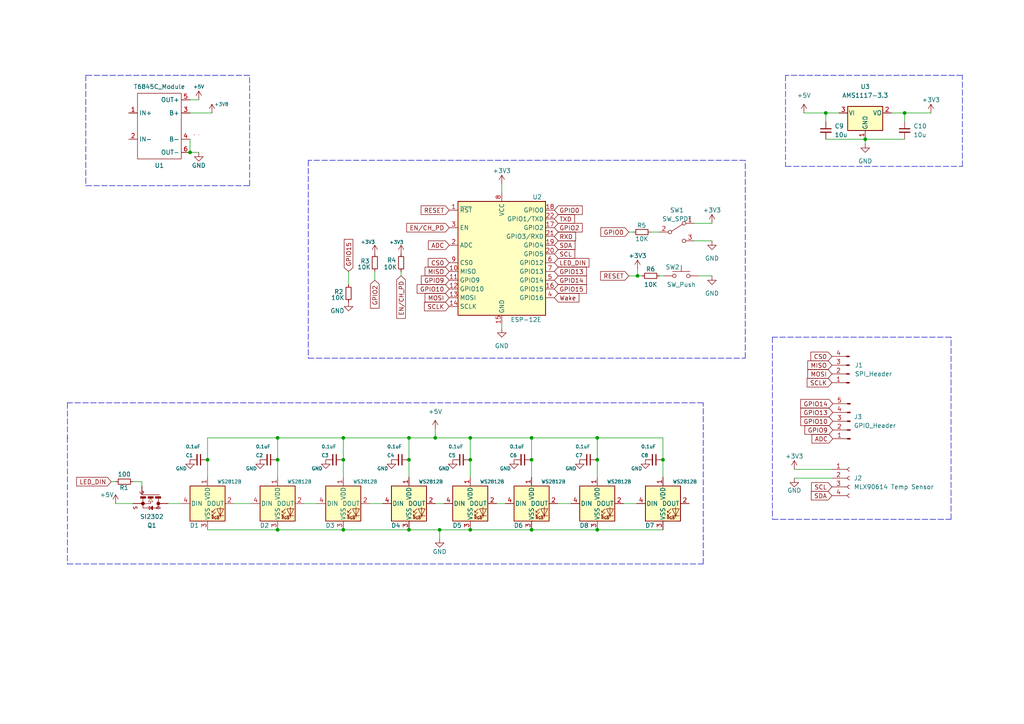
<source format=kicad_sch>
(kicad_sch (version 20211123) (generator eeschema)
  (paper "A4")
  (lib_symbols
    (symbol "Connector:Conn_01x04_Female" (pin_names (offset 1.016) hide)
      (property "Reference" "J" (at 0 5.08 0))
      (property "Value" "Conn_01x04_Female" (at 0 -7.62 0))
      (symbol "Conn_01x04_Female_1_1"
        (arc (start 0 -4.572) (mid -0.508 -5.08) (end 0 -5.588) (stroke (width 0.1524)))
        (arc (start 0 -2.032) (mid -0.508 -2.54) (end 0 -3.048) (stroke (width 0.1524)))
        (polyline (pts (xy -1.27 -5.08) (xy -0.508 -5.08)) (stroke (width 0.1524)))
        (polyline (pts (xy -1.27 -2.54) (xy -0.508 -2.54)) (stroke (width 0.1524)))
        (polyline (pts (xy -1.27 0) (xy -0.508 0)) (stroke (width 0.1524)))
        (polyline (pts (xy -1.27 2.54) (xy -0.508 2.54)) (stroke (width 0.1524)))
        (arc (start 0 0.508) (mid -0.508 0) (end 0 -0.508) (stroke (width 0.1524)))
        (arc (start 0 3.048) (mid -0.508 2.54) (end 0 2.032) (stroke (width 0.1524)))
        (pin passive line (at -5.08 2.54 0) (length 3.81) (name "Pin_1") (number "1"))
        (pin passive line (at -5.08 0 0) (length 3.81) (name "Pin_2") (number "2"))
        (pin passive line (at -5.08 -2.54 0) (length 3.81) (name "Pin_3") (number "3"))
        (pin passive line (at -5.08 -5.08 0) (length 3.81) (name "Pin_4") (number "4"))
      )
    )
    (symbol "Connector:Conn_01x04_Male" (pin_names (offset 1.016) hide)
      (property "Reference" "J" (at 0 5.08 0))
      (property "Value" "Conn_01x04_Male" (at 0 -7.62 0))
      (symbol "Conn_01x04_Male_1_1"
        (polyline (pts (xy 1.27 -5.08) (xy 0.8636 -5.08)) (stroke (width 0.1524)))
        (polyline (pts (xy 1.27 -2.54) (xy 0.8636 -2.54)) (stroke (width 0.1524)))
        (polyline (pts (xy 1.27 0) (xy 0.8636 0)) (stroke (width 0.1524)))
        (polyline (pts (xy 1.27 2.54) (xy 0.8636 2.54)) (stroke (width 0.1524)))
        (rectangle (start 0.8636 -4.953) (end 0 -5.207) (stroke (width 0.1524)) (fill (type outline)))
        (rectangle (start 0.8636 -2.413) (end 0 -2.667) (stroke (width 0.1524)) (fill (type outline)))
        (rectangle (start 0.8636 0.127) (end 0 -0.127) (stroke (width 0.1524)) (fill (type outline)))
        (rectangle (start 0.8636 2.667) (end 0 2.413) (stroke (width 0.1524)) (fill (type outline)))
        (pin passive line (at 5.08 2.54 180) (length 3.81) (name "Pin_1") (number "1"))
        (pin passive line (at 5.08 0 180) (length 3.81) (name "Pin_2") (number "2"))
        (pin passive line (at 5.08 -2.54 180) (length 3.81) (name "Pin_3") (number "3"))
        (pin passive line (at 5.08 -5.08 180) (length 3.81) (name "Pin_4") (number "4"))
      )
    )
    (symbol "Connector:Conn_01x05_Male" (pin_names (offset 1.016) hide)
      (property "Reference" "J" (at 0 7.62 0))
      (property "Value" "Conn_01x05_Male" (at 0 -7.62 0))
      (symbol "Conn_01x05_Male_1_1"
        (polyline (pts (xy 1.27 -5.08) (xy 0.8636 -5.08)) (stroke (width 0.1524)))
        (polyline (pts (xy 1.27 -2.54) (xy 0.8636 -2.54)) (stroke (width 0.1524)))
        (polyline (pts (xy 1.27 0) (xy 0.8636 0)) (stroke (width 0.1524)))
        (polyline (pts (xy 1.27 2.54) (xy 0.8636 2.54)) (stroke (width 0.1524)))
        (polyline (pts (xy 1.27 5.08) (xy 0.8636 5.08)) (stroke (width 0.1524)))
        (rectangle (start 0.8636 -4.953) (end 0 -5.207) (stroke (width 0.1524)) (fill (type outline)))
        (rectangle (start 0.8636 -2.413) (end 0 -2.667) (stroke (width 0.1524)) (fill (type outline)))
        (rectangle (start 0.8636 0.127) (end 0 -0.127) (stroke (width 0.1524)) (fill (type outline)))
        (rectangle (start 0.8636 2.667) (end 0 2.413) (stroke (width 0.1524)) (fill (type outline)))
        (rectangle (start 0.8636 5.207) (end 0 4.953) (stroke (width 0.1524)) (fill (type outline)))
        (pin passive line (at 5.08 5.08 180) (length 3.81) (name "Pin_1") (number "1"))
        (pin passive line (at 5.08 2.54 180) (length 3.81) (name "Pin_2") (number "2"))
        (pin passive line (at 5.08 0 180) (length 3.81) (name "Pin_3") (number "3"))
        (pin passive line (at 5.08 -2.54 180) (length 3.81) (name "Pin_4") (number "4"))
        (pin passive line (at 5.08 -5.08 180) (length 3.81) (name "Pin_5") (number "5"))
      )
    )
    (symbol "Device:C_Small" (pin_numbers hide) (pin_names (offset 0.254) hide)
      (property "Reference" "C" (at 0.254 1.778 0))
      (property "Value" "C_Small" (at 0.254 -2.032 0))
      (symbol "C_Small_0_1"
        (polyline (pts (xy -1.524 -0.508) (xy 1.524 -0.508)) (stroke (width 0.3302)))
        (polyline (pts (xy -1.524 0.508) (xy 1.524 0.508)) (stroke (width 0.3048)))
      )
      (symbol "C_Small_1_1"
        (pin passive line (at 0 2.54 270) (length 2.032) (name "~") (number "1"))
        (pin passive line (at 0 -2.54 90) (length 2.032) (name "~") (number "2"))
      )
    )
    (symbol "Device:R_Small" (pin_numbers hide) (pin_names (offset 0.254) hide)
      (property "Reference" "R" (at 0.762 0.508 0))
      (property "Value" "R_Small" (at 0.762 -1.016 0))
      (symbol "R_Small_0_1"
        (rectangle (start -0.762 1.778) (end 0.762 -1.778) (stroke (width 0.2032)))
      )
      (symbol "R_Small_1_1"
        (pin passive line (at 0 2.54 270) (length 0.762) (name "~") (number "1"))
        (pin passive line (at 0 -2.54 90) (length 0.762) (name "~") (number "2"))
      )
    )
    (symbol "LED:WS2812B" (pin_names (offset 0.254))
      (property "Reference" "D" (at 5.08 5.715 0))
      (property "Value" "WS2812B" (at 1.27 -5.715 0))
      (symbol "WS2812B_0_0"
        (text "RGB" (at 2.286 -4.191 0) (effects (font (size 0.762 0.762))))
      )
      (symbol "WS2812B_0_1"
        (polyline (pts (xy 1.27 -3.556) (xy 1.778 -3.556)))
        (polyline (pts (xy 1.27 -2.54) (xy 1.778 -2.54)))
        (polyline (pts (xy 4.699 -3.556) (xy 2.667 -3.556)))
        (polyline (pts (xy 2.286 -2.54) (xy 1.27 -3.556) (xy 1.27 -3.048)))
        (polyline (pts (xy 2.286 -1.524) (xy 1.27 -2.54) (xy 1.27 -2.032)))
        (polyline (pts (xy 3.683 -1.016) (xy 3.683 -3.556) (xy 3.683 -4.064)))
        (polyline (pts (xy 4.699 -1.524) (xy 2.667 -1.524) (xy 3.683 -3.556) (xy 4.699 -1.524)))
        (rectangle (start 5.08 5.08) (end -5.08 -5.08) (stroke (width 0.254)) (fill (type background)))
      )
      (symbol "WS2812B_1_1"
        (pin power_in line (at 0 7.62 270) (length 2.54) (name "VDD") (number "1"))
        (pin output line (at 7.62 0 180) (length 2.54) (name "DOUT") (number "2"))
        (pin power_in line (at 0 -7.62 90) (length 2.54) (name "VSS") (number "3"))
        (pin input line (at -7.62 0 0) (length 2.54) (name "DIN") (number "4"))
      )
    )
    (symbol "Power_Bank_Module:T6845C_Module"
      (property "Reference" "U" (at 0 -11.43 0))
      (property "Value" "T6845C_Module" (at 0 11.43 0))
      (symbol "T6845C_Module_0_1"
        (rectangle (start -6.35 9.525) (end 6.35 -9.525))
        (rectangle (start 10.16 -2.54) (end 10.16 -2.54))
        (rectangle (start 10.16 -2.54) (end 10.16 -2.54))
        (rectangle (start 10.16 -2.54) (end 10.16 -2.54))
        (rectangle (start 11.43 -2.54) (end 11.43 -2.54))
      )
      (symbol "T6845C_Module_1_1"
        (pin input line (at -8.89 3.81 0) (length 2.54) (name "IN+") (number "1"))
        (pin input line (at -8.89 -3.81 0) (length 2.54) (name "IN-") (number "2"))
        (pin input line (at 8.89 3.81 180) (length 2.54) (name "B+") (number "3"))
        (pin input line (at 8.89 -3.81 180) (length 2.54) (name "B-") (number "4"))
        (pin output line (at 8.89 7.62 180) (length 2.54) (name "OUT+") (number "5"))
        (pin output line (at 8.89 -7.62 180) (length 2.54) (name "OUT-") (number "6"))
      )
    )
    (symbol "RF_Module:ESP-12E"
      (property "Reference" "U" (at -12.7 19.05 0))
      (property "Value" "ESP-12E" (at 12.7 19.05 0))
      (symbol "ESP-12E_0_1"
        (rectangle (start -12.7 17.78) (end 12.7 -15.24) (stroke (width 0.254)) (fill (type background)))
      )
      (symbol "ESP-12E_1_1"
        (pin input line (at -15.24 15.24 0) (length 2.54) (name "~{RST}") (number "1"))
        (pin bidirectional line (at -15.24 -2.54 0) (length 2.54) (name "MISO") (number "10"))
        (pin bidirectional line (at -15.24 -5.08 0) (length 2.54) (name "GPIO9") (number "11"))
        (pin bidirectional line (at -15.24 -7.62 0) (length 2.54) (name "GPIO10") (number "12"))
        (pin bidirectional line (at -15.24 -10.16 0) (length 2.54) (name "MOSI") (number "13"))
        (pin bidirectional line (at -15.24 -12.7 0) (length 2.54) (name "SCLK") (number "14"))
        (pin power_in line (at 0 -17.78 90) (length 2.54) (name "GND") (number "15"))
        (pin bidirectional line (at 15.24 -7.62 180) (length 2.54) (name "GPIO15") (number "16"))
        (pin bidirectional line (at 15.24 10.16 180) (length 2.54) (name "GPIO2") (number "17"))
        (pin bidirectional line (at 15.24 15.24 180) (length 2.54) (name "GPIO0") (number "18"))
        (pin bidirectional line (at 15.24 5.08 180) (length 2.54) (name "GPIO4") (number "19"))
        (pin input line (at -15.24 5.08 0) (length 2.54) (name "ADC") (number "2"))
        (pin bidirectional line (at 15.24 2.54 180) (length 2.54) (name "GPIO5") (number "20"))
        (pin bidirectional line (at 15.24 7.62 180) (length 2.54) (name "GPIO3/RXD") (number "21"))
        (pin bidirectional line (at 15.24 12.7 180) (length 2.54) (name "GPIO1/TXD") (number "22"))
        (pin input line (at -15.24 10.16 0) (length 2.54) (name "EN") (number "3"))
        (pin bidirectional line (at 15.24 -10.16 180) (length 2.54) (name "GPIO16") (number "4"))
        (pin bidirectional line (at 15.24 -5.08 180) (length 2.54) (name "GPIO14") (number "5"))
        (pin bidirectional line (at 15.24 0 180) (length 2.54) (name "GPIO12") (number "6"))
        (pin bidirectional line (at 15.24 -2.54 180) (length 2.54) (name "GPIO13") (number "7"))
        (pin power_in line (at 0 20.32 270) (length 2.54) (name "VCC") (number "8"))
        (pin input line (at -15.24 0 0) (length 2.54) (name "CS0") (number "9"))
      )
    )
    (symbol "Regulator_Linear:AMS1117-3.3" (pin_names (offset 0.254))
      (property "Reference" "U" (at -3.81 3.175 0))
      (property "Value" "AMS1117-3.3" (at 0 3.175 0))
      (symbol "AMS1117-3.3_0_1"
        (rectangle (start -5.08 -5.08) (end 5.08 1.905) (stroke (width 0.254)) (fill (type background)))
      )
      (symbol "AMS1117-3.3_1_1"
        (pin power_in line (at 0 -7.62 90) (length 2.54) (name "GND") (number "1"))
        (pin power_out line (at 7.62 0 180) (length 2.54) (name "VO") (number "2"))
        (pin power_in line (at -7.62 0 0) (length 2.54) (name "VI") (number "3"))
      )
    )
    (symbol "SI2302:SI2302" (pin_numbers hide) (pin_names (offset 1.016) hide)
      (property "Reference" "Q" (at 2.54 0 0))
      (property "Value" "SI2302" (at 2.54 -2.54 0))
      (symbol "SI2302_0_0"
        (rectangle (start -2.032 -2.921) (end -1.524 -1.397) (fill (type outline)))
        (rectangle (start -2.032 -0.762) (end -1.524 0.762) (fill (type outline)))
        (rectangle (start -2.032 1.397) (end -1.524 2.921) (fill (type outline)))
        (circle (center 0 -2.2352) (radius 0.127) (stroke (width 0.4064)))
        (polyline (pts (xy -2.54 -2.54) (xy -2.54 2.54)) (stroke (width 0.1524)))
        (polyline (pts (xy -1.6002 -2.2352) (xy 0 -2.2352)) (stroke (width 0.1524)))
        (polyline (pts (xy -1.6002 2.2352) (xy 0 2.2352)) (stroke (width 0.1524)))
        (polyline (pts (xy -0.508 0) (xy 0 0)) (stroke (width 0.1524)))
        (polyline (pts (xy 0 -2.2352) (xy 0 -2.54)) (stroke (width 0.1524)))
        (polyline (pts (xy 0 0) (xy 0 -2.2352)) (stroke (width 0.1524)))
        (polyline (pts (xy 0 2.2352) (xy 1.27 2.2352)) (stroke (width 0.1524)))
        (polyline (pts (xy 0 2.54) (xy 0 2.2352)) (stroke (width 0.1524)))
        (polyline (pts (xy 1.27 -2.2352) (xy 0 -2.2352)) (stroke (width 0.1524)))
        (polyline (pts (xy 1.27 2.2352) (xy 1.27 -2.2352)) (stroke (width 0.1524)))
        (polyline (pts (xy -1.524 0) (xy -0.508 0.635) (xy -0.508 -0.635) (xy -1.524 0)) (stroke (width 0.1016)) (fill (type background)))
        (polyline (pts (xy 1.27 0.3302) (xy 0.762 -0.4572) (xy 1.778 -0.4572) (xy 1.27 0.3302)) (stroke (width 0.1524)) (fill (type background)))
        (circle (center 0 2.2352) (radius 0.127) (stroke (width 0.4064)))
        (rectangle (start 0.762 0.3302) (end 1.778 0.5842) (fill (type outline)))
        (text "D" (at 0.635 2.8702 0) (effects (font (size 1.016 1.016)) (justify left bottom)))
        (text "G" (at -3.81 -1.905 0) (effects (font (size 1.016 1.016)) (justify left bottom)))
        (text "S" (at 0.635 -3.81 0) (effects (font (size 1.016 1.016)) (justify left bottom)))
        (pin passive line (at -5.08 -2.54 0) (length 2.54) (name "~") (number "1"))
        (pin passive line (at 0 -5.08 90) (length 2.54) (name "~") (number "2"))
        (pin passive line (at 0 5.08 270) (length 2.54) (name "~") (number "3"))
      )
    )
    (symbol "Switch:SW_Push" (pin_numbers hide) (pin_names (offset 1.016) hide)
      (property "Reference" "SW" (at 1.27 2.54 0))
      (property "Value" "SW_Push" (at 0 -1.524 0))
      (symbol "SW_Push_0_1"
        (circle (center -2.032 0) (radius 0.508))
        (polyline (pts (xy 0 1.27) (xy 0 3.048)))
        (polyline (pts (xy 2.54 1.27) (xy -2.54 1.27)))
        (circle (center 2.032 0) (radius 0.508))
        (pin passive line (at -5.08 0 0) (length 2.54) (name "1") (number "1"))
        (pin passive line (at 5.08 0 180) (length 2.54) (name "2") (number "2"))
      )
    )
    (symbol "Switch:SW_SPDT" (pin_names (offset 0) hide)
      (property "Reference" "SW" (at 0 4.318 0))
      (property "Value" "SW_SPDT" (at 0 -5.08 0))
      (symbol "SW_SPDT_0_0"
        (circle (center -2.032 0) (radius 0.508))
        (circle (center 2.032 -2.54) (radius 0.508))
      )
      (symbol "SW_SPDT_0_1"
        (polyline (pts (xy -1.524 0.254) (xy 1.651 2.286)))
        (circle (center 2.032 2.54) (radius 0.508))
      )
      (symbol "SW_SPDT_1_1"
        (pin passive line (at 5.08 2.54 180) (length 2.54) (name "A") (number "1"))
        (pin passive line (at -5.08 0 0) (length 2.54) (name "B") (number "2"))
        (pin passive line (at 5.08 -2.54 180) (length 2.54) (name "C") (number "3"))
      )
    )
    (symbol "power:+3V3" (power) (pin_names (offset 0))
      (property "Value" "+3V3" (at 0 3.556 0))
      (symbol "+3V3_0_1"
        (polyline (pts (xy -0.762 1.27) (xy 0 2.54)))
        (polyline (pts (xy 0 0) (xy 0 2.54)))
        (polyline (pts (xy 0 2.54) (xy 0.762 1.27)))
      )
      (symbol "+3V3_1_1"
        (pin power_in line (at 0 0 90) (length 0) hide (name "+3V3") (number "1"))
      )
    )
    (symbol "power:+3V8" (power) (pin_names (offset 0))
      (property "Value" "+3V8" (at 0 3.556 0))
      (symbol "+3V8_0_1"
        (polyline (pts (xy -0.762 1.27) (xy 0 2.54)))
        (polyline (pts (xy 0 0) (xy 0 2.54)))
        (polyline (pts (xy 0 2.54) (xy 0.762 1.27)))
      )
      (symbol "+3V8_1_1"
        (pin power_in line (at 0 0 90) (length 0) hide (name "+3V8") (number "1"))
      )
    )
    (symbol "power:+5V" (power) (pin_names (offset 0))
      (property "Value" "+5V" (at 0 3.556 0))
      (symbol "+5V_0_1"
        (polyline (pts (xy -0.762 1.27) (xy 0 2.54)))
        (polyline (pts (xy 0 0) (xy 0 2.54)))
        (polyline (pts (xy 0 2.54) (xy 0.762 1.27)))
      )
      (symbol "+5V_1_1"
        (pin power_in line (at 0 0 90) (length 0) hide (name "+5V") (number "1"))
      )
    )
    (symbol "power:GND" (power) (pin_names (offset 0))
      (property "Value" "GND" (at 0 -3.81 0))
      (symbol "GND_0_1"
        (polyline (pts (xy 0 0) (xy 0 -1.27) (xy 1.27 -1.27) (xy 0 -2.54) (xy -1.27 -1.27) (xy 0 -1.27)))
      )
      (symbol "GND_1_1"
        (pin power_in line (at 0 0 270) (length 0) hide (name "GND") (number "1"))
      )
    )
  )
  (junction (at 262.382 32.766))
  (junction (at 154.178 133.35))
  (junction (at 127.508 153.67))
  (junction (at 99.568 127))
  (junction (at 173.228 127))
  (junction (at 136.398 153.67))
  (junction (at 99.568 133.35))
  (junction (at 239.522 32.766))
  (junction (at 55.118 44.196))
  (junction (at 136.398 127))
  (junction (at 154.178 127))
  (junction (at 184.912 80.01))
  (junction (at 80.518 153.67))
  (junction (at 154.178 153.67))
  (junction (at 250.952 40.386))
  (junction (at 192.278 133.35))
  (junction (at 126.238 127))
  (junction (at 136.398 133.35))
  (junction (at 118.618 127))
  (junction (at 118.618 153.67))
  (junction (at 80.518 127))
  (junction (at 99.568 153.67))
  (junction (at 118.618 133.35))
  (junction (at 173.228 153.67))
  (junction (at 60.198 133.35))
  (junction (at 80.518 133.35))
  (junction (at 173.228 133.35))
  (wire (pts (xy 99.568 127) (xy 80.518 127)))
  (wire (pts (xy 80.518 127) (xy 80.518 133.35)))
  (wire (pts (xy 250.952 41.656) (xy 250.952 40.386)))
  (polyline (pts (xy 216.154 46.482) (xy 89.408 46.482)))
  (wire (pts (xy 127.508 153.67) (xy 127.508 156.21)))
  (wire (pts (xy 80.518 127) (xy 60.198 127)))
  (wire (pts (xy 126.238 127) (xy 136.398 127)))
  (wire (pts (xy 126.238 124.46) (xy 126.238 127)))
  (wire (pts (xy 60.198 153.67) (xy 80.518 153.67)))
  (wire (pts (xy 154.178 127) (xy 173.228 127)))
  (polyline (pts (xy 216.154 103.886) (xy 216.154 46.482)))
  (wire (pts (xy 136.398 153.67) (xy 154.178 153.67)))
  (wire (pts (xy 233.172 32.766) (xy 239.522 32.766)))
  (wire (pts (xy 145.542 53.34) (xy 145.542 55.88)))
  (wire (pts (xy 48.768 146.05) (xy 52.578 146.05)))
  (wire (pts (xy 126.238 127) (xy 118.618 127)))
  (wire (pts (xy 80.518 153.67) (xy 99.568 153.67)))
  (wire (pts (xy 38.608 146.05) (xy 33.528 146.05)))
  (wire (pts (xy 41.148 139.7) (xy 41.148 140.97)))
  (wire (pts (xy 55.118 40.386) (xy 55.118 44.196)))
  (polyline (pts (xy 24.892 21.844) (xy 24.892 53.848)))
  (wire (pts (xy 118.618 127) (xy 118.618 133.35)))
  (wire (pts (xy 182.372 67.31) (xy 183.642 67.31)))
  (wire (pts (xy 80.518 133.35) (xy 80.518 138.43)))
  (wire (pts (xy 184.912 77.978) (xy 184.912 80.01)))
  (wire (pts (xy 33.528 139.7) (xy 32.258 139.7)))
  (wire (pts (xy 230.378 136.144) (xy 241.3 136.144)))
  (polyline (pts (xy 279.146 48.26) (xy 279.146 21.844)))
  (wire (pts (xy 88.138 146.05) (xy 91.948 146.05)))
  (polyline (pts (xy 24.892 53.848) (xy 72.39 53.848)))
  (polyline (pts (xy 19.558 126.746) (xy 19.558 163.576)))
  (polyline (pts (xy 227.838 21.844) (xy 227.838 48.26)))
  (wire (pts (xy 239.522 32.766) (xy 239.522 35.306)))
  (wire (pts (xy 192.278 127) (xy 192.278 133.35)))
  (wire (pts (xy 136.398 127) (xy 154.178 127)))
  (wire (pts (xy 118.618 133.35) (xy 118.618 138.43)))
  (wire (pts (xy 99.568 138.43) (xy 99.568 133.35)))
  (wire (pts (xy 230.378 138.684) (xy 241.3 138.684)))
  (wire (pts (xy 60.198 133.35) (xy 60.198 138.43)))
  (wire (pts (xy 154.178 127) (xy 154.178 133.35)))
  (wire (pts (xy 145.542 95.25) (xy 145.542 93.98)))
  (wire (pts (xy 202.692 80.01) (xy 206.502 80.01)))
  (polyline (pts (xy 72.39 21.844) (xy 24.892 21.844)))
  (wire (pts (xy 201.422 69.85) (xy 206.502 69.85)))
  (wire (pts (xy 55.118 32.766) (xy 61.468 32.766)))
  (wire (pts (xy 99.568 153.67) (xy 118.618 153.67)))
  (wire (pts (xy 55.118 44.196) (xy 57.658 44.196)))
  (wire (pts (xy 108.712 78.74) (xy 108.712 81.28)))
  (polyline (pts (xy 72.39 53.848) (xy 72.39 21.844)))
  (wire (pts (xy 239.522 40.386) (xy 250.952 40.386)))
  (polyline (pts (xy 203.962 116.84) (xy 19.558 116.84)))
  (wire (pts (xy 161.798 146.05) (xy 165.608 146.05)))
  (wire (pts (xy 118.618 127) (xy 99.568 127)))
  (wire (pts (xy 116.332 78.74) (xy 116.332 80.01)))
  (wire (pts (xy 60.198 127) (xy 60.198 133.35)))
  (wire (pts (xy 38.608 139.7) (xy 41.148 139.7)))
  (wire (pts (xy 180.848 146.05) (xy 184.658 146.05)))
  (wire (pts (xy 173.228 133.35) (xy 173.228 138.43)))
  (polyline (pts (xy 224.028 97.79) (xy 224.028 150.622)))
  (polyline (pts (xy 279.146 21.844) (xy 227.838 21.844)))
  (wire (pts (xy 101.092 78.74) (xy 101.092 82.55)))
  (wire (pts (xy 182.372 80.01) (xy 184.912 80.01)))
  (wire (pts (xy 250.952 40.386) (xy 262.382 40.386)))
  (wire (pts (xy 154.178 153.67) (xy 173.228 153.67)))
  (wire (pts (xy 270.002 32.766) (xy 262.382 32.766)))
  (wire (pts (xy 99.568 127) (xy 99.568 133.35)))
  (polyline (pts (xy 89.408 46.482) (xy 89.408 103.886)))
  (polyline (pts (xy 19.558 163.576) (xy 203.962 163.576)))
  (polyline (pts (xy 89.408 103.886) (xy 216.154 103.886)))
  (wire (pts (xy 239.522 32.766) (xy 243.332 32.766)))
  (wire (pts (xy 188.722 67.31) (xy 191.262 67.31)))
  (wire (pts (xy 127.508 153.67) (xy 136.398 153.67)))
  (wire (pts (xy 191.262 80.01) (xy 192.532 80.01)))
  (wire (pts (xy 201.422 64.77) (xy 206.502 64.77)))
  (wire (pts (xy 173.228 153.67) (xy 192.278 153.67)))
  (polyline (pts (xy 224.028 150.622) (xy 275.844 150.622)))
  (polyline (pts (xy 227.838 48.26) (xy 279.146 48.26)))
  (polyline (pts (xy 203.962 163.576) (xy 203.962 116.84)))
  (wire (pts (xy 144.018 146.05) (xy 146.558 146.05)))
  (polyline (pts (xy 275.844 97.79) (xy 224.028 97.79)))
  (wire (pts (xy 173.228 127) (xy 192.278 127)))
  (wire (pts (xy 173.228 127) (xy 173.228 133.35)))
  (wire (pts (xy 262.382 32.766) (xy 258.572 32.766)))
  (wire (pts (xy 55.118 28.956) (xy 57.658 28.956)))
  (wire (pts (xy 126.238 146.05) (xy 128.778 146.05)))
  (wire (pts (xy 262.382 35.306) (xy 262.382 32.766)))
  (wire (pts (xy 118.618 153.67) (xy 127.508 153.67)))
  (wire (pts (xy 107.188 146.05) (xy 110.998 146.05)))
  (wire (pts (xy 154.178 133.35) (xy 154.178 138.43)))
  (wire (pts (xy 136.398 127) (xy 136.398 133.35)))
  (wire (pts (xy 67.818 146.05) (xy 72.898 146.05)))
  (wire (pts (xy 192.278 133.35) (xy 192.278 138.43)))
  (polyline (pts (xy 19.558 116.84) (xy 19.558 127.254)))
  (wire (pts (xy 184.912 80.01) (xy 186.182 80.01)))
  (polyline (pts (xy 275.844 150.622) (xy 275.844 97.79)))
  (wire (pts (xy 136.398 133.35) (xy 136.398 138.43)))
  (global_label "RESET" (shape input) (at 182.372 80.01 180) (property "Intersheet References" "${INTERSHEET_REFS}" (effects hide)))
  (global_label "GPIO0" (shape input) (at 160.782 60.96 0) (property "Intersheet References" "${INTERSHEET_REFS}" (effects hide)))
  (global_label "GPIO13" (shape input) (at 160.782 78.74 0) (property "Intersheet References" "${INTERSHEET_REFS}" (effects hide)))
  (global_label "SCL" (shape input) (at 241.3 141.224 180) (property "Intersheet References" "${INTERSHEET_REFS}" (effects hide)))
  (global_label "RESET" (shape input) (at 130.302 60.96 180) (property "Intersheet References" "${INTERSHEET_REFS}" (effects hide)))
  (global_label "SDA" (shape input) (at 160.782 71.12 0) (property "Intersheet References" "${INTERSHEET_REFS}" (effects hide)))
  (global_label "ADC" (shape input) (at 241.554 127.254 180) (property "Intersheet References" "${INTERSHEET_REFS}" (effects hide)))
  (global_label "GPIO9" (shape input) (at 130.302 81.28 180) (property "Intersheet References" "${INTERSHEET_REFS}" (effects hide)))
  (global_label "LED_DIN" (shape input) (at 32.258 139.7 180) (property "Intersheet References" "${INTERSHEET_REFS}" (effects hide)))
  (global_label "GPIO2" (shape input) (at 108.712 81.28 270) (property "Intersheet References" "${INTERSHEET_REFS}" (effects hide)))
  (global_label "EN{slash}CH_PD" (shape input) (at 130.302 66.04 180) (property "Intersheet References" "${INTERSHEET_REFS}" (effects hide)))
  (global_label "GPIO2" (shape input) (at 160.782 66.04 0) (property "Intersheet References" "${INTERSHEET_REFS}" (effects hide)))
  (global_label "GPIO9" (shape input) (at 241.554 124.714 180) (property "Intersheet References" "${INTERSHEET_REFS}" (effects hide)))
  (global_label "LED_DIN" (shape input) (at 160.782 76.2 0) (property "Intersheet References" "${INTERSHEET_REFS}" (effects hide)))
  (global_label "GPIO15" (shape input) (at 101.092 78.74 90) (property "Intersheet References" "${INTERSHEET_REFS}" (effects hide)))
  (global_label "SCL" (shape input) (at 160.782 73.66 0) (property "Intersheet References" "${INTERSHEET_REFS}" (effects hide)))
  (global_label "GPIO10" (shape input) (at 130.302 83.82 180) (property "Intersheet References" "${INTERSHEET_REFS}" (effects hide)))
  (global_label "Wake" (shape input) (at 160.782 86.36 0) (property "Intersheet References" "${INTERSHEET_REFS}" (effects hide)))
  (global_label "CS0" (shape input) (at 130.302 76.2 180) (property "Intersheet References" "${INTERSHEET_REFS}" (effects hide)))
  (global_label "ADC" (shape input) (at 130.302 71.12 180) (property "Intersheet References" "${INTERSHEET_REFS}" (effects hide)))
  (global_label "GPIO14" (shape input) (at 160.782 81.28 0) (property "Intersheet References" "${INTERSHEET_REFS}" (effects hide)))
  (global_label "SDA" (shape input) (at 241.3 143.764 180) (property "Intersheet References" "${INTERSHEET_REFS}" (effects hide)))
  (global_label "GPIO13" (shape input) (at 241.554 119.634 180) (property "Intersheet References" "${INTERSHEET_REFS}" (effects hide)))
  (global_label "TXD" (shape input) (at 160.782 63.5 0) (property "Intersheet References" "${INTERSHEET_REFS}" (effects hide)))
  (global_label "RXD" (shape input) (at 160.782 68.58 0) (property "Intersheet References" "${INTERSHEET_REFS}" (effects hide)))
  (global_label "MOSI" (shape input) (at 241.3 108.458 180) (property "Intersheet References" "${INTERSHEET_REFS}" (effects hide)))
  (global_label "MISO" (shape input) (at 241.3 105.918 180) (property "Intersheet References" "${INTERSHEET_REFS}" (effects hide)))
  (global_label "GPIO15" (shape input) (at 160.782 83.82 0) (property "Intersheet References" "${INTERSHEET_REFS}" (effects hide)))
  (global_label "MISO" (shape input) (at 130.302 78.74 180) (property "Intersheet References" "${INTERSHEET_REFS}" (effects hide)))
  (global_label "GPIO14" (shape input) (at 241.554 117.094 180) (property "Intersheet References" "${INTERSHEET_REFS}" (effects hide)))
  (global_label "GPIO10" (shape input) (at 241.554 122.174 180) (property "Intersheet References" "${INTERSHEET_REFS}" (effects hide)))
  (global_label "SCLK" (shape input) (at 130.302 88.9 180) (property "Intersheet References" "${INTERSHEET_REFS}" (effects hide)))
  (global_label "CS0" (shape input) (at 241.3 103.378 180) (property "Intersheet References" "${INTERSHEET_REFS}" (effects hide)))
  (global_label "GPIO0" (shape input) (at 182.372 67.31 180) (property "Intersheet References" "${INTERSHEET_REFS}" (effects hide)))
  (global_label "MOSI" (shape input) (at 130.302 86.36 180) (property "Intersheet References" "${INTERSHEET_REFS}" (effects hide)))
  (global_label "SCLK" (shape input) (at 241.3 110.998 180) (property "Intersheet References" "${INTERSHEET_REFS}" (effects hide)))
  (global_label "EN{slash}CH_PD" (shape input) (at 116.332 80.01 270) (property "Intersheet References" "${INTERSHEET_REFS}" (effects hide)))
  (symbol (lib_id "Device:C_Small") (at 77.978 133.35 270) (unit 1)
    (property "Reference" "C2" (at 74.168 132.08 90) (effects (font (size 1 1)) (justify left)))
    (property "Value" "0.1uF" (at 74.168 129.54 90) (effects (font (size 1 1)) (justify left)))
    (property "Footprint" "Capacitor_SMD:C_1206_3216Metric_Pad1.33x1.80mm_HandSolder" (effects hide))
  )
  (symbol (lib_id "LED:WS2812B") (at 173.228 146.05 0) (unit 1)
    (property "Reference" "D7" (at 188.468 152.4 0))
    (property "Value" "WS2812B" (at 179.578 139.7 0) (effects (font (size 1 1))))
    (property "Footprint" "LED_SMD:LED_WS2812B_PLCC4_5.0x5.0mm_P3.2mm" (effects hide))
    (property "Datasheet" "https://cdn-shop.adafruit.com/datasheets/WS2812B.pdf" (effects hide))
  )
  (symbol (lib_id "power:GND") (at 131.318 133.35 0) (unit 1)
    (property "Reference" "#PWR014" (effects hide))
    (property "Value" "GND" (at 128.778 135.89 0) (effects (font (size 1 1))))
  )
  (symbol (lib_id "power:+3V3") (at 145.542 53.34 0) (unit 1)
    (property "Reference" "#PWR015" (effects hide))
    (property "Value" "+3V3" (at 145.542 49.53 0))
  )
  (symbol (lib_id "power:GND") (at 75.438 133.35 0) (unit 1)
    (property "Reference" "#PWR06" (effects hide))
    (property "Value" "GND" (at 72.898 135.89 0) (effects (font (size 1 1))))
  )
  (symbol (lib_id "power:+3V3") (at 184.912 77.978 0) (unit 1)
    (property "Reference" "#PWR019" (effects hide))
    (property "Value" "+3V3" (at 184.912 74.168 0))
  )
  (symbol (lib_id "Device:R_Small") (at 188.722 80.01 90) (unit 1)
    (property "Reference" "R6" (at 188.6941 78.0831 90))
    (property "Value" "10K" (at 188.722 82.55 90))
    (property "Footprint" "Resistor_SMD:R_1206_3216Metric_Pad1.30x1.75mm_HandSolder" (effects hide))
  )
  (symbol (lib_id "power:GND") (at 55.118 133.35 0) (unit 1)
    (property "Reference" "#PWR02" (effects hide))
    (property "Value" "GND" (at 52.578 135.89 0) (effects (font (size 1 1))))
  )
  (symbol (lib_id "power:GND") (at 127.508 156.21 0) (unit 1)
    (property "Reference" "#PWR013" (effects hide))
    (property "Value" "GND" (at 127.508 160.02 0))
  )
  (symbol (lib_id "Regulator_Linear:AMS1117-3.3") (at 250.952 32.766 0) (unit 1)
    (property "Reference" "U3" (at 250.952 25.146 0))
    (property "Value" "AMS1117-3.3" (at 250.952 27.686 0))
    (property "Footprint" "Package_TO_SOT_SMD:SOT-223-3_TabPin2" (effects hide))
    (property "Datasheet" "http://www.advanced-monolithic.com/pdf/ds1117.pdf" (effects hide))
  )
  (symbol (lib_id "Device:R_Small") (at 108.712 76.2 0) (unit 1)
    (property "Reference" "R3" (at 104.5235 75.7421 0) (effects (justify left)))
    (property "Value" "10K" (at 103.632 77.47 0) (effects (justify left)))
    (property "Footprint" "Resistor_SMD:R_1206_3216Metric_Pad1.30x1.75mm_HandSolder" (effects hide))
  )
  (symbol (lib_id "Device:C_Small") (at 262.382 37.846 0) (unit 1)
    (property "Reference" "C10" (at 264.922 36.5822 0) (effects (justify left)))
    (property "Value" "10u" (at 264.922 39.1222 0) (effects (justify left)))
    (property "Footprint" "Capacitor_SMD:C_1206_3216Metric_Pad1.33x1.80mm_HandSolder" (effects hide))
  )
  (symbol (lib_id "LED:WS2812B") (at 99.568 146.05 0) (unit 1)
    (property "Reference" "D3" (at 95.758 152.4 0))
    (property "Value" "WS2812B" (at 105.918 139.7 0) (effects (font (size 1 1))))
    (property "Footprint" "LED_SMD:LED_WS2812B_PLCC4_5.0x5.0mm_P3.2mm" (effects hide))
    (property "Datasheet" "https://cdn-shop.adafruit.com/datasheets/WS2812B.pdf" (effects hide))
  )
  (symbol (lib_id "LED:WS2812B") (at 192.278 146.05 0) (unit 1)
    (property "Reference" "D8" (at 169.418 152.4 0))
    (property "Value" "WS2812B" (at 198.628 139.7 0) (effects (font (size 1 1))))
    (property "Footprint" "LED_SMD:LED_WS2812B_PLCC4_5.0x5.0mm_P3.2mm" (effects hide))
    (property "Datasheet" "https://cdn-shop.adafruit.com/datasheets/WS2812B.pdf" (effects hide))
  )
  (symbol (lib_id "LED:WS2812B") (at 80.518 146.05 0) (unit 1)
    (property "Reference" "D2" (at 76.708 152.4 0))
    (property "Value" "WS2812B" (at 86.868 139.7 0) (effects (font (size 1 1))))
    (property "Footprint" "LED_SMD:LED_WS2812B_PLCC4_5.0x5.0mm_P3.2mm" (effects hide))
    (property "Datasheet" "https://cdn-shop.adafruit.com/datasheets/WS2812B.pdf" (effects hide))
  )
  (symbol (lib_id "Device:R_Small") (at 101.092 85.09 0) (unit 1)
    (property "Reference" "R2" (at 96.9035 84.6321 0) (effects (justify left)))
    (property "Value" "10K" (at 96.012 86.36 0) (effects (justify left)))
    (property "Footprint" "Resistor_SMD:R_1206_3216Metric_Pad1.30x1.75mm_HandSolder" (effects hide))
  )
  (symbol (lib_id "power:GND") (at 168.148 133.35 0) (unit 1)
    (property "Reference" "#PWR018" (effects hide))
    (property "Value" "GND" (at 165.608 135.89 0) (effects (font (size 1 1))))
  )
  (symbol (lib_id "power:+5V") (at 57.658 28.956 0) (unit 1)
    (property "Reference" "#PWR03" (effects hide))
    (property "Value" "+5V" (at 57.658 25.146 0) (effects (font (size 1 1))))
  )
  (symbol (lib_id "LED:WS2812B") (at 60.198 146.05 0) (unit 1)
    (property "Reference" "D1" (at 56.388 152.4 0))
    (property "Value" "WS2812B" (at 66.548 139.7 0) (effects (font (size 1 1))))
    (property "Footprint" "LED_SMD:LED_WS2812B_PLCC4_5.0x5.0mm_P3.2mm" (effects hide))
    (property "Datasheet" "https://cdn-shop.adafruit.com/datasheets/WS2812B.pdf" (effects hide))
  )
  (symbol (lib_id "Device:C_Small") (at 57.658 133.35 270) (unit 1)
    (property "Reference" "C1" (at 53.848 132.08 90) (effects (font (size 1 1)) (justify left)))
    (property "Value" "0.1uF" (at 53.848 129.54 90) (effects (font (size 1 1)) (justify left)))
    (property "Footprint" "Capacitor_SMD:C_1206_3216Metric_Pad1.33x1.80mm_HandSolder" (effects hide))
  )
  (symbol (lib_id "Switch:SW_SPDT") (at 196.342 67.31 0) (unit 1)
    (property "Reference" "SW1" (at 196.342 60.96 0))
    (property "Value" "SW_SPDT" (at 196.342 63.5 0))
  )
  (symbol (lib_id "power:+3V3") (at 206.502 64.77 0) (unit 1)
    (property "Reference" "#PWR021" (effects hide))
    (property "Value" "+3V3" (at 206.502 60.96 0))
  )
  (symbol (lib_id "LED:WS2812B") (at 154.178 146.05 0) (unit 1)
    (property "Reference" "D6" (at 150.368 152.4 0))
    (property "Value" "WS2812B" (at 160.528 139.7 0) (effects (font (size 1 1))))
    (property "Footprint" "LED_SMD:LED_WS2812B_PLCC4_5.0x5.0mm_P3.2mm" (effects hide))
    (property "Datasheet" "https://cdn-shop.adafruit.com/datasheets/WS2812B.pdf" (effects hide))
  )
  (symbol (lib_id "Device:C_Small") (at 97.028 133.35 270) (unit 1)
    (property "Reference" "C3" (at 93.218 132.08 90) (effects (font (size 1 1)) (justify left)))
    (property "Value" "0.1uF" (at 93.218 129.54 90) (effects (font (size 1 1)) (justify left)))
    (property "Footprint" "Capacitor_SMD:C_1206_3216Metric_Pad1.33x1.80mm_HandSolder" (effects hide))
  )
  (symbol (lib_id "Device:C_Small") (at 170.688 133.35 270) (unit 1)
    (property "Reference" "C7" (at 166.878 132.08 90) (effects (font (size 1 1)) (justify left)))
    (property "Value" "0.1uF" (at 166.878 129.54 90) (effects (font (size 1 1)) (justify left)))
    (property "Footprint" "Capacitor_SMD:C_1206_3216Metric_Pad1.33x1.80mm_HandSolder" (effects hide))
  )
  (symbol (lib_id "power:+3V3") (at 116.332 73.66 0) (unit 1)
    (property "Reference" "#PWR011" (effects hide))
    (property "Value" "+3V3" (at 114.9749 70.248 0) (effects (font (size 1 1))))
  )
  (symbol (lib_id "LED:WS2812B") (at 136.398 146.05 0) (unit 1)
    (property "Reference" "D5" (at 132.588 152.4 0))
    (property "Value" "WS2812B" (at 142.748 139.7 0) (effects (font (size 1 1))))
    (property "Footprint" "LED_SMD:LED_WS2812B_PLCC4_5.0x5.0mm_P3.2mm" (effects hide))
    (property "Datasheet" "https://cdn-shop.adafruit.com/datasheets/WS2812B.pdf" (effects hide))
  )
  (symbol (lib_id "power:GND") (at 187.198 133.35 0) (unit 1)
    (property "Reference" "#PWR020" (effects hide))
    (property "Value" "GND" (at 184.658 135.89 0) (effects (font (size 1 1))))
  )
  (symbol (lib_id "power:+3V3") (at 230.378 136.144 0) (unit 1)
    (property "Reference" "#PWR024" (effects hide))
    (property "Value" "+3V3" (at 230.378 132.334 0))
  )
  (symbol (lib_id "Switch:SW_Push") (at 197.612 80.01 0) (unit 1)
    (property "Reference" "SW2" (at 195.072 77.47 0))
    (property "Value" "SW_Push" (at 197.612 82.55 0))
  )
  (symbol (lib_id "power:GND") (at 145.542 95.25 0) (unit 1)
    (property "Reference" "#PWR016" (effects hide))
    (property "Value" "GND" (at 145.542 100.33 0))
  )
  (symbol (lib_id "power:+3V3") (at 108.712 73.66 0) (unit 1)
    (property "Reference" "#PWR09" (effects hide))
    (property "Value" "+3V3" (at 106.6944 70.1958 0) (effects (font (size 1 1))))
  )
  (symbol (lib_id "power:+5V") (at 126.238 124.46 0) (unit 1)
    (property "Reference" "#PWR012" (effects hide))
    (property "Value" "+5V" (at 126.238 119.38 0))
  )
  (symbol (lib_id "Connector:Conn_01x05_Male") (at 246.634 122.174 180) (unit 1)
    (property "Reference" "J3" (at 247.65 120.9039 0) (effects (justify right)))
    (property "Value" "GPIO_Header" (at 247.65 123.4439 0) (effects (justify right)))
    (property "Footprint" "Connector_PinHeader_2.54mm:PinHeader_1x05_P2.54mm_Vertical" (effects hide))
  )
  (symbol (lib_id "Device:C_Small") (at 133.858 133.35 270) (unit 1)
    (property "Reference" "C5" (at 130.048 132.08 90) (effects (font (size 1 1)) (justify left)))
    (property "Value" "0.1uF" (at 130.048 129.54 90) (effects (font (size 1 1)) (justify left)))
    (property "Footprint" "Capacitor_SMD:C_1206_3216Metric_Pad1.33x1.80mm_HandSolder" (effects hide))
  )
  (symbol (lib_id "Connector:Conn_01x04_Female") (at 246.38 138.684 0) (unit 1)
    (property "Reference" "J2" (at 247.65 138.6839 0) (effects (justify left)))
    (property "Value" "MLX90614 Temp Sensor" (at 247.65 141.2239 0) (effects (justify left)))
    (property "Footprint" "Connector_PinHeader_2.54mm:PinHeader_1x04_P2.54mm_Vertical" (effects hide))
  )
  (symbol (lib_id "power:GND") (at 94.488 133.35 0) (unit 1)
    (property "Reference" "#PWR07" (effects hide))
    (property "Value" "GND" (at 91.948 135.89 0) (effects (font (size 1 1))))
  )
  (symbol (lib_id "power:+3V3") (at 270.002 32.766 0) (unit 1)
    (property "Reference" "#PWR028" (effects hide))
    (property "Value" "+3V3" (at 270.002 28.956 0))
  )
  (symbol (lib_id "Device:C_Small") (at 239.522 37.846 0) (unit 1)
    (property "Reference" "C9" (at 242.062 36.5822 0) (effects (justify left)))
    (property "Value" "10u" (at 242.062 39.1222 0) (effects (justify left)))
    (property "Footprint" "Capacitor_SMD:C_1206_3216Metric_Pad1.33x1.80mm_HandSolder" (effects hide))
  )
  (symbol (lib_id "power:GND") (at 206.502 69.85 0) (unit 1)
    (property "Reference" "#PWR022" (effects hide))
    (property "Value" "GND" (at 206.502 74.93 0))
  )
  (symbol (lib_id "power:GND") (at 230.378 138.684 0) (unit 1)
    (property "Reference" "#PWR025" (effects hide))
    (property "Value" "GND" (at 230.378 142.24 0))
  )
  (symbol (lib_id "power:+5V") (at 233.172 32.766 0) (unit 1)
    (property "Reference" "#PWR026" (effects hide))
    (property "Value" "+5V" (at 233.172 27.686 0))
  )
  (symbol (lib_id "power:GND") (at 113.538 133.35 0) (unit 1)
    (property "Reference" "#PWR010" (effects hide))
    (property "Value" "GND" (at 110.998 135.89 0) (effects (font (size 1 1))))
  )
  (symbol (lib_id "power:GND") (at 149.098 133.35 0) (unit 1)
    (property "Reference" "#PWR017" (effects hide))
    (property "Value" "GND" (at 146.558 135.89 0) (effects (font (size 1 1))))
  )
  (symbol (lib_id "power:+5V") (at 33.528 146.05 0) (unit 1)
    (property "Reference" "#PWR01" (effects hide))
    (property "Value" "+5V" (at 30.988 143.51 0))
  )
  (symbol (lib_id "Device:C_Small") (at 189.738 133.35 270) (unit 1)
    (property "Reference" "C8" (at 185.928 132.08 90) (effects (font (size 1 1)) (justify left)))
    (property "Value" "0.1uF" (at 185.928 129.54 90) (effects (font (size 1 1)) (justify left)))
    (property "Footprint" "Capacitor_SMD:C_1206_3216Metric_Pad1.33x1.80mm_HandSolder" (effects hide))
  )
  (symbol (lib_id "Device:C_Small") (at 116.078 133.35 270) (unit 1)
    (property "Reference" "C4" (at 112.268 132.08 90) (effects (font (size 1 1)) (justify left)))
    (property "Value" "0.1uF" (at 112.268 129.54 90) (effects (font (size 1 1)) (justify left)))
    (property "Footprint" "Capacitor_SMD:C_1206_3216Metric_Pad1.33x1.80mm_HandSolder" (effects hide))
  )
  (symbol (lib_id "power:GND") (at 57.658 44.196 0) (unit 1)
    (property "Reference" "#PWR04" (effects hide))
    (property "Value" "GND" (at 57.658 48.006 0))
  )
  (symbol (lib_id "Device:R_Small") (at 36.068 139.7 90) (unit 1)
    (property "Reference" "R1" (at 37.3316 141.456 90) (effects (justify left)))
    (property "Value" "100" (at 37.965 137.5743 90) (effects (justify left)))
    (property "Footprint" "Resistor_SMD:R_1206_3216Metric_Pad1.30x1.75mm_HandSolder" (effects hide))
  )
  (symbol (lib_id "Device:R_Small") (at 116.332 76.2 0) (unit 1)
    (property "Reference" "R4" (at 112.2293 75.4608 0) (effects (justify left)))
    (property "Value" "10K" (at 111.252 77.47 0) (effects (justify left)))
    (property "Footprint" "Resistor_SMD:R_1206_3216Metric_Pad1.30x1.75mm_HandSolder" (effects hide))
  )
  (symbol (lib_id "Device:C_Small") (at 151.638 133.35 270) (unit 1)
    (property "Reference" "C6" (at 147.828 132.08 90) (effects (font (size 1 1)) (justify left)))
    (property "Value" "0.1uF" (at 147.828 129.54 90) (effects (font (size 1 1)) (justify left)))
    (property "Footprint" "Capacitor_SMD:C_1206_3216Metric_Pad1.33x1.80mm_HandSolder" (effects hide))
  )
  (symbol (lib_id "Power_Bank_Module:T6845C_Module") (at 46.228 36.576 0) (unit 1)
    (property "Reference" "U1" (at 46.228 48.006 0))
    (property "Value" "T6845C_Module" (at 46.228 25.146 0))
  )
  (symbol (lib_id "power:GND") (at 250.952 41.656 0) (unit 1)
    (property "Reference" "#PWR027" (effects hide))
    (property "Value" "GND" (at 250.952 46.736 0))
  )
  (symbol (lib_id "power:GND") (at 101.092 87.63 0) (unit 1)
    (property "Reference" "#PWR08" (effects hide))
    (property "Value" "GND" (at 97.8601 90.1479 0))
  )
  (symbol (lib_id "SI2302:SI2302") (at 43.688 146.05 270) (unit 1)
    (property "Reference" "Q1" (at 44.036 152.4 90))
    (property "Value" "SI2302" (at 44.036 149.86 90))
    (property "Footprint" "Package_TO_SOT_SMD:SOT-23" (effects hide))
  )
  (symbol (lib_id "LED:WS2812B") (at 118.618 146.05 0) (unit 1)
    (property "Reference" "D4" (at 114.808 152.4 0))
    (property "Value" "WS2812B" (at 124.968 139.7 0) (effects (font (size 1 1))))
    (property "Footprint" "LED_SMD:LED_WS2812B_PLCC4_5.0x5.0mm_P3.2mm" (effects hide))
    (property "Datasheet" "https://cdn-shop.adafruit.com/datasheets/WS2812B.pdf" (effects hide))
  )
  (symbol (lib_id "power:GND") (at 206.502 80.01 0) (unit 1)
    (property "Reference" "#PWR023" (effects hide))
    (property "Value" "GND" (at 206.502 85.09 0))
  )
  (symbol (lib_id "power:+3V8") (at 61.468 32.766 0) (unit 1)
    (property "Reference" "#PWR05" (effects hide))
    (property "Value" "+3V8" (at 64.2295 30.2381 0) (effects (font (size 1 1))))
  )
  (symbol (lib_id "RF_Module:ESP-12E") (at 145.542 76.2 0) (unit 1)
    (property "Reference" "U2" (at 154.432 57.15 0) (effects (justify left)))
    (property "Value" "ESP-12E" (at 148.082 92.71 0) (effects (justify left)))
    (property "Footprint" "RF_Module:ESP-12E" (effects hide))
    (property "Datasheet" "http://wiki.ai-thinker.com/_media/esp8266/esp8266_series_modules_user_manual_v1.1.pdf" (effects hide))
  )
  (symbol (lib_id "Device:R_Small") (at 186.182 67.31 270) (unit 1)
    (property "Reference" "R5" (at 186.0909 65.4076 90))
    (property "Value" "10K" (at 186.1602 69.291 90))
    (property "Footprint" "Resistor_SMD:R_1206_3216Metric_Pad1.30x1.75mm_HandSolder" (effects hide))
  )
  (symbol (lib_id "Connector:Conn_01x04_Male") (at 246.38 108.458 180) (unit 1)
    (property "Reference" "J1" (at 247.904 105.9179 0) (effects (justify right)))
    (property "Value" "SPI_Header" (at 247.904 108.4579 0) (effects (justify right)))
    (property "Footprint" "Connector_PinHeader_2.54mm:PinHeader_1x04_P2.54mm_Vertical" (effects hide))
  )
)
</source>
